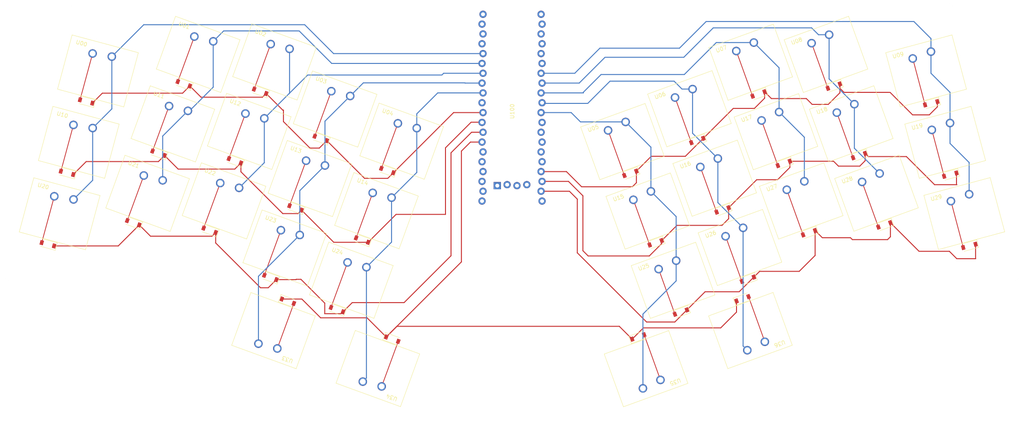
<source format=kicad_pcb>
(kicad_pcb (version 20211014) (generator pcbnew)
  (layers (0 "F.Cu" signal) (31 "B.Cu" signal) (34 "B.Paste" user) (35 "F.Paste" user) (36 "B.SilkS" user "B.Silkscreen") (37 "F.SilkS" user "F.Silkscreen") (38 "B.Mask" user) (39 "F.Mask" user) (44 "Edge.Cuts" user))
  (net 0 "")
  (net 1 "Net-(U00-Pad2)")
  (net 2 "Net-(U01-Pad2)")
  (net 3 "Net-(U02-Pad2)")
  (net 4 "Net-(U03-Pad2)")
  (net 5 "Net-(U04-Pad2)")
  (net 21 "Net-(U05-Pad1)")
  (net 22 "Net-(U00-Pad1)")
  (net 23 "Net-(U10-Pad1)")
  (net 24 "Net-(U06-Pad2)")
  (net 25 "Net-(U07-Pad2)")
  (net 30 "Net-(U05-Pad2)")
  (net 34 "Net-(U08-Pad2)")
  (net 35 "Net-(U09-Pad2)")
  (net 36 "Net-(U100-Pad13)")
  (net 37 "Net-(U100-Pad14)")
  (net 38 "Net-(U100-Pad23)")
  (net 39 "Net-(U100-Pad22)")
  (footprint "alps_smd:alps-1u-smd-sod123" (layer "F.Cu") (at 189.806425 119.473153 20)
    (fp_text reference "U25")
    (fp_text value "alps-smd-sod-123")
  )
  (footprint "alps_smd:alps-1u-smd-sod123" (layer "F.Cu") (at 72.63 98.52 -20)
    (fp_text reference "U22")
    (fp_text value "alps-smd-sod-123")
  )
  (footprint "alps_smd:alps-1u-smd-sod123" (layer "F.Cu") (at 65.956375 60.666902 -20)
    (fp_text reference "U01")
    (fp_text value "alps-smd-sod-123")
  )
  (footprint "alps_smd:alps-1u-smd-sod123" (layer "F.Cu") (at 52.91 96.57 -20)
    (fp_text reference "U21")
    (fp_text value "alps-smd-sod-123")
  )
  (footprint "alps_smd:alps-1u-smd-sod123" (layer "F.Cu") (at 35.293118 83.492024 -15)
    (fp_text reference "U10")
    (fp_text value "alps-smd-sod-123")
  )
  (footprint "alps_smd:alps-1u-smd-sod123" (layer "F.Cu") (at 59.430412 78.618773 -20)
    (fp_text reference "U11")
    (fp_text value "alps-smd-sod-123")
  )
  (footprint "alps_smd:alps-1u-smd-sod123" (layer "F.Cu") (at 101.301872 74.782998 -20)
    (fp_text reference "U03")
    (fp_text value "alps-smd-sod-123")
  )
  (footprint "alps_smd:alps-1u-smd-sod123" (layer "F.Cu") (at 194.039942 75.141716 20)
    (fp_text reference "U06")
    (fp_text value "alps-smd-sod-123")
  )
  (footprint "alps_smd:alps-1u-smd-sod123" (layer "F.Cu") (at 200.564409 93.082162 20)
    (fp_text reference "U16")
    (fp_text value "alps-smd-sod-123")
  )
  (footprint "alps_smd:alps-1u-smd-sod123" (layer "F.Cu") (at 207.081604 110.988001 20)
    (fp_text reference "U26")
    (fp_text value "alps-smd-sod-123")
  )
  (footprint "alps_smd:alps-1u-smd-sod123" (layer "F.Cu") (at 111.976883 101.05 -20)
    (fp_text reference "U14")
    (fp_text value "alps-smd-sod-123")
  )
  (footprint "alps_smd:alps-1u-smd-sod123" (layer "F.Cu") (at 118.481703 83.090435 -20)
    (fp_text reference "U04")
    (fp_text value "alps-smd-sod-123")
  )
  (footprint "alps_smd:alps-1u-smd-sod123" (layer "F.Cu") (at 85.657582 62.610063 -20)
    (fp_text reference "U02")
    (fp_text value "alps-smd-sod-123")
  )
  (footprint "alps_smd:alps-1u-smd-sod123" (layer "F.Cu") (at 176.760068 83.628577 20)
    (fp_text reference "U05")
    (fp_text value "alps-smd-sod-123")
  )
  (footprint "alps_smd:alps-1u-smd-sod123" (layer "F.Cu") (at 183.289232 101.567307 20)
    (fp_text reference "U15")
    (fp_text value "alps-smd-sod-123")
  )
  (footprint "alps_smd:alps-1u-smd-sod123" (layer "F.Cu") (at 105.49 119.018754 -20)
    (fp_text reference "U24")
    (fp_text value "alps-smd-sod-123")
  )
  (footprint "alps_smd:alps-1u-smd-sod123" (layer "F.Cu") (at 216.369586 81.067011 20)
    (fp_text reference "U17")
    (fp_text value "alps-smd-sod-123")
  )
  (footprint "alps_smd:alps-1u-smd-sod123" (layer "F.Cu") (at 79.138667 80.564496 -20)
    (fp_text reference "U12")
    (fp_text value "alps-smd-sod-123")
  )
  (footprint "alps_smd:alps-1u-smd-sod123" (layer "F.Cu") (at 264.8 102.22 15)
    (fp_text reference "U29")
    (fp_text value "alps-smd-sod-123")
  )
  (footprint "alps_smd:alps-1u-smd-sod123" (layer "F.Cu") (at 259.868204 83.814279 15)
    (fp_text reference "U19")
    (fp_text value "alps-smd-sod-123")
  )
  (footprint "alps_smd:alps-1u-smd-sod123" (layer "F.Cu") (at 254.946667 65.369581 15)
    (fp_text reference "U09")
    (fp_text value "alps-smd-sod-123")
  )
  (footprint "alps_smd:alps-1u-smd-sod123" (layer "F.Cu") (at 40.236887 65.041633 -15)
    (fp_text reference "U00")
    (fp_text value "alps-smd-sod-123")
  )
  (footprint "alps_smd:alps-1u-smd-sod123" (layer "F.Cu") (at 222.886781 98.972852 20)
    (fp_text reference "U27")
    (fp_text value "alps-smd-sod-123")
  )
  (footprint "blackpill:BlackPill_STLINK" (layer "F.Cu") (at 148.20903 73.825466)
    (fp_text reference "U100")
    (fp_text value "BlackPill_STLINK")
  )
  (footprint "alps_smd:alps-1u-smd-sod123" (layer "F.Cu") (at 229.279693 61.097997 20)
    (fp_text reference "U08")
    (fp_text value "alps-smd-sod-123")
  )
  (footprint "alps_smd:alps-1u-smd-sod123" (layer "F.Cu") (at 235.794764 79.04186 20)
    (fp_text reference "U18")
    (fp_text value "alps-smd-sod-123")
  )
  (footprint "alps_smd:alps-1u-smd-sod123" (layer "F.Cu") (at 87.89528 128.886565 160)
    (fp_text reference "U33")
    (fp_text value "alps-smd-sod-123")
  )
  (footprint "alps_smd:alps-1u-smd-sod123" (layer "F.Cu") (at 209.675157 128.432703 -160)
    (fp_text reference "U36")
    (fp_text value "alps-smd-sod-123")
  )
  (footprint "alps_smd:alps-1u-smd-sod123" (layer "F.Cu") (at 30.35 101.94 -15)
    (fp_text reference "U20")
    (fp_text value "alps-smd-sod-123")
  )
  (footprint "alps_smd:alps-1u-smd-sod123" (layer "F.Cu") (at 242.311954 96.947704 20)
    (fp_text reference "U28")
    (fp_text value "alps-smd-sod-123")
  )
  (footprint "alps_smd:alps-1u-smd-sod123" (layer "F.Cu") (at 94.79 92.74 -20)
    (fp_text reference "U13")
    (fp_text value "alps-smd-sod-123")
  )
  (footprint "alps_smd:alps-1u-smd-sod123" (layer "F.Cu") (at 88.293079 110.699777 -20)
    (fp_text reference "U23")
    (fp_text value "alps-smd-sod-123")
  )
  (footprint "alps_smd:alps-1u-smd-sod123" (layer "F.Cu") (at 209.849818 63.124856 20)
    (fp_text reference "U07")
    (fp_text value "alps-smd-sod-123")
  )
  (footprint "alps_smd:alps-1u-smd-sod123" (layer "F.Cu") (at 182.737844 138.288983 -160)
    (fp_text reference "U35")
    (fp_text value "alps-smd-sod-123")
  )
  (footprint "alps_smd:alps-1u-smd-sod123" (layer "F.Cu") (at 114.83 138.69 160)
    (fp_text reference "U34")
    (fp_text value "alps-smd-sod-123")
  )
  (gr_arc (start 124.317655 156.095321) (mid 123.449414 156.01936) (end 122.607554 155.793785) (layer "Edge.Cuts") (width 0.001))
  (gr_line (start 33.224864 48.817253) (end 16.235999 112.220562) (layer "Edge.Cuts") (width 0.001))
  (gr_line (start 19.355527 118.21312) (end 122.607554 155.793785) (layer "Edge.Cuts") (width 0.001))
  (gr_arc (start 33.224864 48.817253) (mid 35.010686 46.144582) (end 38.054493 45.111348) (layer "Edge.Cuts") (width 0.001))
  (gr_line (start 173.789541 155.793785) (end 277.041568 118.21312) (layer "Edge.Cuts") (width 0.001))
  (gr_arc (start 258.342602 45.111348) (mid 261.386409 46.144582) (end 263.172231 48.817253) (layer "Edge.Cuts") (width 0.001))
  (gr_line (start 280.161097 112.220562) (end 263.172231 48.817253) (layer "Edge.Cuts") (width 0.001))
  (gr_arc (start 280.161097 112.220562) (mid 279.766522 115.8234) (end 277.041568 118.21312) (layer "Edge.Cuts") (width 0.001))
  (gr_arc (start 173.789541 155.793785) (mid 172.947681 156.01936) (end 172.07944 156.095321) (layer "Edge.Cuts") (width 0.001))
  (gr_arc (start 19.355527 118.21312) (mid 16.630574 115.8234) (end 16.235999 112.220562) (layer "Edge.Cuts") (width 0.001))
  (gr_line (start 258.342602 45.111348) (end 38.054493 45.111348) (layer "Edge.Cuts") (width 0.001))
  (gr_line (start 124.317655 156.095321) (end 172.07944 156.095321) (layer "Edge.Cuts") (width 0.001))
  (segment (start 44.9228 59.666276) (end 44.9228 73.172898) (width 0.25) (layer "B.Cu") (net 1))
  (segment (start 102.155466 58.885466) (end 94.69 51.42) (width 0.25) (layer "B.Cu") (net 1))
  (segment (start 39.979031 91.621525) (end 35.035913 96.564643) (width 0.25) (layer "B.Cu") (net 1))
  (segment (start 140.71603 58.885466) (end 102.155466 58.885466) (width 0.25) (layer "B.Cu") (net 1))
  (segment (start 53.169076 51.42) (end 44.9228 59.666276) (width 0.25) (layer "B.Cu") (net 1))
  (segment (start 39.979031 78.116667) (end 39.979031 91.621525) (width 0.25) (layer "B.Cu") (net 1))
  (segment (start 44.9228 73.172898) (end 39.979031 78.116667) (width 0.25) (layer "B.Cu") (net 1))
  (segment (start 94.69 51.42) (end 53.169076 51.42) (width 0.25) (layer "B.Cu") (net 1))
  (segment (start 71.09295 67.54705) (end 71.09295 55.720404) (width 0.25) (layer "B.Cu") (net 2))
  (segment (start 64.967725 73.672275) (end 71.09295 67.54705) (width 0.25) (layer "B.Cu") (net 2))
  (segment (start 93.26 53.02) (end 73.793354 53.02) (width 0.25) (layer "B.Cu") (net 2))
  (segment (start 140.46203 61.425466) (end 101.665466 61.425466) (width 0.25) (layer "B.Cu") (net 2))
  (segment (start 58.046575 80.192687) (end 64.566987 73.672275) (width 0.25) (layer "B.Cu") (net 2))
  (segment (start 64.566987 73.672275) (end 64.967725 73.672275) (width 0.25) (layer "B.Cu") (net 2))
  (segment (start 101.665466 61.425466) (end 93.26 53.02) (width 0.25) (layer "B.Cu") (net 2))
  (segment (start 58.046575 91.623502) (end 58.046575 80.192687) (width 0.25) (layer "B.Cu") (net 2))
  (segment (start 73.793354 53.02) (end 71.09295 55.720404) (width 0.25) (layer "B.Cu") (net 2))
  (segment (start 130.554534 63.965466) (end 130.1 64.42) (width 0.25) (layer "B.Cu") (net 3))
  (segment (start 90.65662 69.23662) (end 84.275242 75.617998) (width 0.25) (layer "B.Cu") (net 3))
  (segment (start 130.1 64.42) (end 95.47324 64.42) (width 0.25) (layer "B.Cu") (net 3))
  (segment (start 95.47324 64.42) (end 90.65662 69.23662) (width 0.25) (layer "B.Cu") (net 3))
  (segment (start 84.275242 87.064835) (end 77.766575 93.573502) (width 0.25) (layer "B.Cu") (net 3))
  (segment (start 90.794157 69.099083) (end 90.65662 69.23662) (width 0.25) (layer "B.Cu") (net 3))
  (segment (start 140.71603 63.965466) (end 130.554534 63.965466) (width 0.25) (layer "B.Cu") (net 3))
  (segment (start 84.275242 75.617998) (end 84.275242 87.064835) (width 0.25) (layer "B.Cu") (net 3))
  (segment (start 90.794157 57.663565) (end 90.794157 69.099083) (width 0.25) (layer "B.Cu") (net 3))
  (segment (start 99.926575 87.793502) (end 99.926575 76.348372) (width 0.25) (layer "B.Cu") (net 4))
  (segment (start 109.834947 66.44) (end 106.438447 69.8365) (width 0.25) (layer "B.Cu") (net 4))
  (segment (start 99.926575 76.348372) (end 106.438447 69.8365) (width 0.25) (layer "B.Cu") (net 4))
  (segment (start 136.02 66.44) (end 109.834947 66.44) (width 0.25) (layer "B.Cu") (net 4))
  (segment (start 82.758705 133.833063) (end 82.758705 116.424228) (width 0.25) (layer "B.Cu") (net 4))
  (segment (start 140.46203 66.505466) (end 136.085466 66.505466) (width 0.25) (layer "B.Cu") (net 4))
  (segment (start 136.085466 66.505466) (end 136.02 66.44) (width 0.25) (layer "B.Cu") (net 4))
  (segment (start 93.429654 94.290423) (end 99.926575 87.793502) (width 0.25) (layer "B.Cu") (net 4))
  (segment (start 93.429654 105.753279) (end 93.429654 94.290423) (width 0.25) (layer "B.Cu") (net 4))
  (segment (start 82.758705 116.424228) (end 93.429654 105.753279) (width 0.25) (layer "B.Cu") (net 4))
  (segment (start 123.618278 78.143937) (end 123.618278 89.598682) (width 0.25) (layer "B.Cu") (net 5))
  (segment (start 110.626575 114.072256) (end 110.626575 142.703348) (width 0.25) (layer "B.Cu") (net 5))
  (segment (start 117.113458 96.103502) (end 117.113458 107.585373) (width 0.25) (layer "B.Cu") (net 5))
  (segment (start 123.618278 89.598682) (end 117.113458 96.103502) (width 0.25) (layer "B.Cu") (net 5))
  (segment (start 129.024534 69.045466) (end 140.71603 69.045466) (width 0.25) (layer "B.Cu") (net 5))
  (segment (start 110.626575 142.703348) (end 109.693425 143.636498) (width 0.25) (layer "B.Cu") (net 5))
  (segment (start 123.618278 74.451722) (end 129.024534 69.045466) (width 0.25) (layer "B.Cu") (net 5))
  (segment (start 123.618278 78.143937) (end 123.618278 74.451722) (width 0.25) (layer "B.Cu") (net 5))
  (segment (start 117.113458 107.585373) (end 110.626575 114.072256) (width 0.25) (layer "B.Cu") (net 5))
  (segment (start 225.66 72.01) (end 229.81 72.01) (width 0.25) (layer "F.Cu") (net 21))
  (segment (start 179.25 93.3) (end 166.17 93.3) (width 0.25) (layer "F.Cu") (net 21))
  (segment (start 232.818394 69.001606) (end 232.818394 66.727171) (width 0.25) (layer "F.Cu") (net 21))
  (segment (start 180.298769 89.257751) (end 180.298769 92.251231) (width 0.25) (layer "F.Cu") (net 21))
  (segment (start 210.75 73.05) (end 213.388519 70.411481) (width 0.25) (layer "F.Cu") (net 21))
  (segment (start 232.818394 67.838394) (end 233.88 68.9) (width 0.25) (layer "F.Cu") (net 21))
  (segment (start 229.81 72.01) (end 232.818394 69.001606) (width 0.25) (layer "F.Cu") (net 21))
  (segment (start 213.388519 68.75403) (end 215.134489 70.5) (width 0.25) (layer "F.Cu") (net 21))
  (segment (start 197.578643 80.77089) (end 205.299533 73.05) (width 0.25) (layer "F.Cu") (net 21))
  (segment (start 205.299533 73.05) (end 210.75 73.05) (width 0.25) (layer "F.Cu") (net 21))
  (segment (start 245.76 68.9) (end 251.58 74.72) (width 0.25) (layer "F.Cu") (net 21))
  (segment (start 184.14652 85.41) (end 192.939533 85.41) (width 0.25) (layer "F.Cu") (net 21))
  (segment (start 233.88 68.9) (end 245.76 68.9) (width 0.25) (layer "F.Cu") (net 21))
  (segment (start 192.939533 85.41) (end 197.578643 80.77089) (width 0.25) (layer "F.Cu") (net 21))
  (segment (start 215.134489 70.5) (end 224.15 70.5) (width 0.25) (layer "F.Cu") (net 21))
  (segment (start 180.298769 89.257751) (end 184.14652 85.41) (width 0.25) (layer "F.Cu") (net 21))
  (segment (start 224.15 70.5) (end 225.66 72.01) (width 0.25) (layer "F.Cu") (net 21))
  (segment (start 213.388519 70.411481) (end 213.388519 68.75403) (width 0.25) (layer "F.Cu") (net 21))
  (segment (start 232.818394 66.727171) (end 232.818394 67.838394) (width 0.25) (layer "F.Cu") (net 21))
  (segment (start 257.981287 72.618713) (end 257.981287 71.285752) (width 0.25) (layer "F.Cu") (net 21))
  (segment (start 166.17 93.3) (end 162.235466 89.365466) (width 0.25) (layer "F.Cu") (net 21))
  (segment (start 180.298769 92.251231) (end 179.25 93.3) (width 0.25) (layer "F.Cu") (net 21))
  (segment (start 162.235466 89.365466) (end 155.70203 89.365466) (width 0.25) (layer "F.Cu") (net 21))
  (segment (start 255.88 74.72) (end 257.981287 72.618713) (width 0.25) (layer "F.Cu") (net 21))
  (segment (start 251.58 74.72) (end 255.88 74.72) (width 0.25) (layer "F.Cu") (net 21))
  (segment (start 84.750021 69.196893) (end 83.796914 70.15) (width 0.25) (layer "F.Cu") (net 22))
  (segment (start 83.796914 70.15) (end 67.945082 70.15) (width 0.25) (layer "F.Cu") (net 22))
  (segment (start 133.125941 74.125466) (end 140.71603 74.125466) (width 0.25) (layer "F.Cu") (net 22))
  (segment (start 100.394311 81.369828) (end 98.464139 83.3) (width 0.25) (layer "F.Cu") (net 22))
  (segment (start 89.21 76.45) (end 89.21 73.5) (width 0.25) (layer "F.Cu") (net 22))
  (segment (start 96.06 83.3) (end 89.21 76.45) (width 0.25) (layer "F.Cu") (net 22))
  (segment (start 89.053128 73.5) (end 84.750021 69.196893) (width 0.25) (layer "F.Cu") (net 22))
  (segment (start 42.479357 69.11) (end 39.906859 71.682498) (width 0.25) (layer "F.Cu") (net 22))
  (segment (start 98.464139 83.3) (end 96.06 83.3) (width 0.25) (layer "F.Cu") (net 22))
  (segment (start 67.945082 70.15) (end 65.048814 67.253732) (width 0.25) (layer "F.Cu") (net 22))
  (segment (start 116.131407 91.12) (end 117.574142 89.677265) (width 0.25) (layer "F.Cu") (net 22))
  (segment (start 110.144483 91.12) (end 116.131407 91.12) (width 0.25) (layer "F.Cu") (net 22))
  (segment (start 117.574142 89.677265) (end 133.125941 74.125466) (width 0.25) (layer "F.Cu") (net 22))
  (segment (start 89.21 73.5) (end 89.053128 73.5) (width 0.25) (layer "F.Cu") (net 22))
  (segment (start 65.048814 67.253732) (end 63.192546 69.11) (width 0.25) (layer "F.Cu") (net 22))
  (segment (start 100.394311 81.369828) (end 110.144483 91.12) (width 0.25) (layer "F.Cu") (net 22))
  (segment (start 63.192546 69.11) (end 42.479357 69.11) (width 0.25) (layer "F.Cu") (net 22))
  (segment (start 118.276152 100.43) (end 111.069322 107.63683) (width 0.25) (layer "F.Cu") (net 23))
  (segment (start 92.989269 100.22) (end 89.04 100.22) (width 0.25) (layer "F.Cu") (net 23))
  (segment (start 89.04 100.22) (end 78.231106 89.411106) (width 0.25) (layer "F.Cu") (net 23))
  (segment (start 111.069322 107.63683) (end 102.192439 107.63683) (width 0.25) (layer "F.Cu") (net 23))
  (segment (start 38.315979 86.78) (end 34.96309 90.132889) (width 0.25) (layer "F.Cu") (net 23))
  (segment (start 78.231106 89.411106) (end 78.231106 87.151326) (width 0.25) (layer "F.Cu") (net 23))
  (segment (start 140.17 76.61) (end 137.65 76.61) (width 0.25) (layer "F.Cu") (net 23))
  (segment (start 140.46203 76.665466) (end 140.225466 76.665466) (width 0.25) (layer "F.Cu") (net 23))
  (segment (start 93.882439 99.32683) (end 92.989269 100.22) (width 0.25) (layer "F.Cu") (net 23))
  (segment (start 56.948454 86.78) (end 38.315979 86.78) (width 0.25) (layer "F.Cu") (net 23))
  (segment (start 102.192439 107.63683) (end 93.882439 99.32683) (width 0.25) (layer "F.Cu") (net 23))
  (segment (start 58.522851 85.205603) (end 56.948454 86.78) (width 0.25) (layer "F.Cu") (net 23))
  (segment (start 76.662432 88.72) (end 62.037248 88.72) (width 0.25) (layer "F.Cu") (net 23))
  (segment (start 131.03 83.23) (end 131.03 100.43) (width 0.25) (layer "F.Cu") (net 23))
  (segment (start 140.225466 76.665466) (end 140.17 76.61) (width 0.25) (layer "F.Cu") (net 23))
  (segment (start 131.03 100.43) (end 118.276152 100.43) (width 0.25) (layer "F.Cu") (net 23))
  (segment (start 78.231106 87.151326) (end 76.662432 88.72) (width 0.25) (layer "F.Cu") (net 23))
  (segment (start 62.037248 88.72) (end 58.522851 85.205603) (width 0.25) (layer "F.Cu") (net 23))
  (segment (start 137.65 76.61) (end 131.03 83.23) (width 0.25) (layer "F.Cu") (net 23))
  (segment (start 190.03 66.01) (end 192.070752 68.050752) (width 0.25) (layer "B.Cu") (net 24))
  (segment (start 207.836901 103.897037) (end 207.836901 134.440708) (width 0.25) (layer "B.Cu") (net 24))
  (segment (start 156.105466 71.585466) (end 156.27 71.75) (width 0.25) (layer "B.Cu") (net 24))
  (segment (start 201.319706 97.379842) (end 207.836901 103.897037) (width 0.25) (layer "B.Cu") (net 24))
  (segment (start 167.75 71.75) (end 173.49 66.01) (width 0.25) (layer "B.Cu") (net 24))
  (segment (start 173.49 66.01) (end 190.03 66.01) (width 0.25) (layer "B.Cu") (net 24))
  (segment (start 192.070752 68.050752) (end 194.795239 68.050752) (width 0.25) (layer "B.Cu") (net 24))
  (segment (start 194.795239 68.050752) (end 194.795239 79.466731) (width 0.25) (layer "B.Cu") (net 24))
  (segment (start 201.319706 85.991198) (end 201.319706 97.379842) (width 0.25) (layer "B.Cu") (net 24))
  (segment (start 207.836901 134.440708) (end 208.91986 135.523667) (width 0.25) (layer "B.Cu") (net 24))
  (segment (start 155.95603 71.585466) (end 156.105466 71.585466) (width 0.25) (layer "B.Cu") (net 24))
  (segment (start 194.795239 79.466731) (end 201.319706 85.991198) (width 0.25) (layer "B.Cu") (net 24))
  (segment (start 156.27 71.75) (end 167.75 71.75) (width 0.25) (layer "B.Cu") (net 24))
  (segment (start 200.916108 56.033892) (end 210.605115 56.033892) (width 0.25) (layer "B.Cu") (net 25))
  (segment (start 223.642078 91.881888) (end 223.642078 80.493242) (width 0.25) (layer "B.Cu") (net 25))
  (segment (start 166.434534 69.045466) (end 155.70203 69.045466) (width 0.25) (layer "B.Cu") (net 25))
  (segment (start 192.66 64.29) (end 200.916108 56.033892) (width 0.25) (layer "B.Cu") (net 25))
  (segment (start 217.124883 62.55366) (end 210.605115 56.033892) (width 0.25) (layer "B.Cu") (net 25))
  (segment (start 223.642078 80.493242) (end 217.124883 73.976047) (width 0.25) (layer "B.Cu") (net 25))
  (segment (start 166.655466 69.045466) (end 166.434534 69.045466) (width 0.25) (layer "B.Cu") (net 25))
  (segment (start 166.434534 69.045466) (end 171.19 64.29) (width 0.25) (layer "B.Cu") (net 25))
  (segment (start 171.19 64.29) (end 192.66 64.29) (width 0.25) (layer "B.Cu") (net 25))
  (segment (start 217.124883 73.976047) (end 217.124883 62.55366) (width 0.25) (layer "B.Cu") (net 25))
  (segment (start 181.982547 145.379947) (end 181.982547 126.187453) (width 0.25) (layer "B.Cu") (net 30))
  (segment (start 184.044529 94.476343) (end 184.044529 83.066777) (width 0.25) (layer "B.Cu") (net 30))
  (segment (start 190.561722 117.608278) (end 190.561722 112.382189) (width 0.25) (layer "B.Cu") (net 30))
  (segment (start 184.044529 83.066777) (end 177.515365 76.537613) (width 0.25) (layer "B.Cu") (net 30))
  (segment (start 165.877613 76.537613) (end 163.465466 74.125466) (width 0.25) (layer "B.Cu") (net 30))
  (segment (start 190.561722 100.993536) (end 184.044529 94.476343) (width 0.25) (layer "B.Cu") (net 30))
  (segment (start 190.561722 112.382189) (end 190.561722 100.993536) (width 0.25) (layer "B.Cu") (net 30))
  (segment (start 163.465466 74.125466) (end 155.70203 74.125466) (width 0.25) (layer "B.Cu") (net 30))
  (segment (start 177.515365 76.537613) (end 165.877613 76.537613) (width 0.25) (layer "B.Cu") (net 30))
  (segment (start 181.982547 126.187453) (end 190.561722 117.608278) (width 0.25) (layer "B.Cu") (net 30))
  (segment (start 236.550061 71.950896) (end 236.550061 83.33955) (width 0.25) (layer "B.Cu") (net 34))
  (segment (start 225.51 52.23) (end 200.14 52.23) (width 0.25) (layer "B.Cu") (net 34))
  (segment (start 230.03499 54.007033) (end 227.287033 54.007033) (width 0.25) (layer "B.Cu") (net 34))
  (segment (start 230.03499 54.007033) (end 230.03499 65.435825) (width 0.25) (layer "B.Cu") (net 34))
  (segment (start 165.534534 66.505466) (end 155.95603 66.505466) (width 0.25) (layer "B.Cu") (net 34))
  (segment (start 200.14 52.23) (end 192.53 59.84) (width 0.25) (layer "B.Cu") (net 34))
  (segment (start 230.03499 65.435825) (end 236.550061 71.950896) (width 0.25) (layer "B.Cu") (net 34))
  (segment (start 227.287033 54.007033) (end 225.51 52.23) (width 0.25) (layer "B.Cu") (net 34))
  (segment (start 172.2 59.84) (end 165.534534 66.505466) (width 0.25) (layer "B.Cu") (net 34))
  (segment (start 192.53 59.84) (end 172.2 59.84) (width 0.25) (layer "B.Cu") (net 34))
  (segment (start 236.550061 83.33955) (end 243.067251 89.85674) (width 0.25) (layer "B.Cu") (net 34))
  (segment (start 266.170441 87.030441) (end 261.238645 82.098645) (width 0.25) (layer "B.Cu") (net 35))
  (segment (start 198.3 50.6) (end 191.41 57.49) (width 0.25) (layer "B.Cu") (net 35))
  (segment (start 256.317108 58.371428) (end 256.317108 55.007108) (width 0.25) (layer "B.Cu") (net 35))
  (segment (start 266.170441 95.221847) (end 266.170441 87.030441) (width 0.25) (layer "B.Cu") (net 35))
  (segment (start 191.41 57.49) (end 170.87 57.49) (width 0.25) (layer "B.Cu") (net 35))
  (segment (start 256.317108 55.007108) (end 251.91 50.6) (width 0.25) (layer "B.Cu") (net 35))
  (segment (start 251.91 50.6) (end 198.3 50.6) (width 0.25) (layer "B.Cu") (net 35))
  (segment (start 256.317108 63.967108) (end 256.317108 58.371428) (width 0.25) (layer "B.Cu") (net 35))
  (segment (start 261.238645 76.816126) (end 261.238645 68.888645) (width 0.25) (layer "B.Cu") (net 35))
  (segment (start 170.87 57.49) (end 164.394534 63.965466) (width 0.25) (layer "B.Cu") (net 35))
  (segment (start 164.394534 63.965466) (end 155.70203 63.965466) (width 0.25) (layer "B.Cu") (net 35))
  (segment (start 261.238645 68.888645) (end 256.317108 63.967108) (width 0.25) (layer "B.Cu") (net 35))
  (segment (start 261.238645 82.098645) (end 261.238645 76.816126) (width 0.25) (layer "B.Cu") (net 35))
  (segment (start 52.002439 103.15683) (end 54.905609 106.06) (width 0.25) (layer "F.Cu") (net 36))
  (segment (start 92.52 117.21) (end 93.73 117.21) (width 0.25) (layer "F.Cu") (net 36))
  (segment (start 137.764534 79.205466) (end 132.46 84.51) (width 0.25) (layer "F.Cu") (net 36))
  (segment (start 52.002439 103.15683) (end 46.578404 108.580865) (width 0.25) (layer "F.Cu") (net 36))
  (segment (start 93.73 117.21) (end 99.87 123.35) (width 0.25) (layer "F.Cu") (net 36))
  (segment (start 54.905609 106.06) (end 70.769269 106.06) (width 0.25) (layer "F.Cu") (net 36))
  (segment (start 87.385518 117.286607) (end 92.443393 117.286607) (width 0.25) (layer "F.Cu") (net 36))
  (segment (start 132.46 84.51) (end 132.46 111.11) (width 0.25) (layer "F.Cu") (net 36))
  (segment (start 46.578404 108.580865) (end 30.019972 108.580865) (width 0.25) (layer "F.Cu") (net 36))
  (segment (start 71.722439 107.812439) (end 71.722439 105.10683) (width 0.25) (layer "F.Cu") (net 36))
  (segment (start 87.385518 117.286607) (end 85.282125 119.39) (width 0.25) (layer "F.Cu") (net 36))
  (segment (start 70.769269 106.06) (end 71.722439 105.10683) (width 0.25) (layer "F.Cu") (net 36))
  (segment (start 85.282125 119.39) (end 83.3 119.39) (width 0.25) (layer "F.Cu") (net 36))
  (segment (start 99.87 126.09) (end 104.098023 126.09) (width 0.25) (layer "F.Cu") (net 36))
  (segment (start 92.443393 117.286607) (end 92.52 117.21) (width 0.25) (layer "F.Cu") (net 36))
  (segment (start 83.3 119.39) (end 71.722439 107.812439) (width 0.25) (layer "F.Cu") (net 36))
  (segment (start 132.46 111.11) (end 120.35 123.22) (width 0.25) (layer "F.Cu") (net 36))
  (segment (start 99.87 123.35) (end 99.87 126.09) (width 0.25) (layer "F.Cu") (net 36))
  (segment (start 120.35 123.22) (end 106.968023 123.22) (width 0.25) (layer "F.Cu") (net 36))
  (segment (start 104.098023 126.09) (end 104.582439 125.605584) (width 0.25) (layer "F.Cu") (net 36))
  (segment (start 106.968023 123.22) (end 104.582439 125.605584) (width 0.25) (layer "F.Cu") (net 36))
  (segment (start 140.71603 79.205466) (end 137.764534 79.205466) (width 0.25) (layer "F.Cu") (net 36))
  (segment (start 118.490731 129.35) (end 175.889334 129.35) (width 0.25) (layer "F.Cu") (net 37))
  (segment (start 202.06 129.75) (end 182.108952 129.75) (width 0.25) (layer "F.Cu") (net 37))
  (segment (start 135.14 112.700731) (end 135.14 84.08) (width 0.25) (layer "F.Cu") (net 37))
  (segment (start 135.14 84.08) (end 137.474534 81.745466) (width 0.25) (layer "F.Cu") (net 37))
  (segment (start 137.474534 81.745466) (end 140.46203 81.745466) (width 0.25) (layer "F.Cu") (net 37))
  (segment (start 175.889334 129.35) (end 179.199143 132.659809) (width 0.25) (layer "F.Cu") (net 37))
  (segment (start 115.737561 132.10317) (end 118.490731 129.35) (width 0.25) (layer "F.Cu") (net 37))
  (segment (start 206.136456 125.673544) (end 202.06 129.75) (width 0.25) (layer "F.Cu") (net 37))
  (segment (start 115.737561 132.10317) (end 135.14 112.700731) (width 0.25) (layer "F.Cu") (net 37))
  (segment (start 93.959735 122.299735) (end 98.81 127.15) (width 0.25) (layer "F.Cu") (net 37))
  (segment (start 88.802841 122.299735) (end 93.959735 122.299735) (width 0.25) (layer "F.Cu") (net 37))
  (segment (start 206.136456 122.803529) (end 206.136456 125.673544) (width 0.25) (layer "F.Cu") (net 37))
  (segment (start 182.108952 129.75) (end 179.199143 132.659809) (width 0.25) (layer "F.Cu") (net 37))
  (segment (start 110.784391 127.15) (end 115.737561 132.10317) (width 0.25) (layer "F.Cu") (net 37))
  (segment (start 98.81 127.15) (end 110.784391 127.15) (width 0.25) (layer "F.Cu") (net 37))
  (segment (start 216.73 91.47) (end 211.344446 91.47) (width 0.25) (layer "F.Cu") (net 38))
  (segment (start 166.49 95.62) (end 166.49 109.81) (width 0.25) (layer "F.Cu") (net 38))
  (segment (start 257.24 92.75) (end 249.98 85.49) (width 0.25) (layer "F.Cu") (net 38))
  (segment (start 155.95603 91.905466) (end 162.775466 91.905466) (width 0.25) (layer "F.Cu") (net 38))
  (segment (start 262.98 92.75) (end 257.24 92.75) (width 0.25) (layer "F.Cu") (net 38))
  (segment (start 249.98 85.49) (end 240.152431 85.49) (width 0.25) (layer "F.Cu") (net 38))
  (segment (start 190.754414 103.27) (end 186.827933 107.196481) (width 0.25) (layer "F.Cu") (net 38))
  (segment (start 239.333465 86.566535) (end 237.94 87.96) (width 0.25) (layer "F.Cu") (net 38))
  (segment (start 211.344446 91.47) (end 204.10311 98.711336) (width 0.25) (layer "F.Cu") (net 38))
  (segment (start 219.908287 88.291713) (end 216.73 91.47) (width 0.25) (layer "F.Cu") (net 38))
  (segment (start 262.902824 92.672824) (end 262.98 92.75) (width 0.25) (layer "F.Cu") (net 38))
  (segment (start 162.775466 91.905466) (end 166.49 95.62) (width 0.25) (layer "F.Cu") (net 38))
  (segment (start 204.10311 101.54689) (end 202.38 103.27) (width 0.25) (layer "F.Cu") (net 38))
  (segment (start 239.333465 84.671034) (end 239.333465 86.566535) (width 0.25) (layer "F.Cu") (net 38))
  (segment (start 204.10311 98.711336) (end 204.10311 101.54689) (width 0.25) (layer "F.Cu") (net 38))
  (segment (start 237.94 87.96) (end 232.44 87.96) (width 0.25) (layer "F.Cu") (net 38))
  (segment (start 167.85 111.17) (end 183.63 111.17) (width 0.25) (layer "F.Cu") (net 38))
  (segment (start 183.63 111.17) (end 186.827933 107.972067) (width 0.25) (layer "F.Cu") (net 38))
  (segment (start 219.908287 86.696185) (end 219.908287 88.291713) (width 0.25) (layer "F.Cu") (net 38))
  (segment (start 231.176185 86.696185) (end 219.908287 86.696185) (width 0.25) (layer "F.Cu") (net 38))
  (segment (start 240.152431 85.49) (end 239.333465 84.671034) (width 0.25) (layer "F.Cu") (net 38))
  (segment (start 202.38 103.27) (end 190.754414 103.27) (width 0.25) (layer "F.Cu") (net 38))
  (segment (start 166.49 109.81) (end 167.85 111.17) (width 0.25) (layer "F.Cu") (net 38))
  (segment (start 232.44 87.96) (end 231.176185 86.696185) (width 0.25) (layer "F.Cu") (net 38))
  (segment (start 262.902824 89.73045) (end 262.902824 92.672824) (width 0.25) (layer "F.Cu") (net 38))
  (segment (start 186.827933 107.972067) (end 186.827933 107.196481) (width 0.25) (layer "F.Cu") (net 38))
  (segment (start 267.85 111.88) (end 262.98 111.88) (width 0.25) (layer "F.Cu") (net 39))
  (segment (start 190.217453 128.23) (end 182.92 128.23) (width 0.25) (layer "F.Cu") (net 39))
  (segment (start 261.07 109.97) (end 253.243777 109.97) (width 0.25) (layer "F.Cu") (net 39))
  (segment (start 206.81748 120.42) (end 210.620305 116.617175) (width 0.25) (layer "F.Cu") (net 39))
  (segment (start 226.425482 111.034518) (end 222.31 115.15) (width 0.25) (layer "F.Cu") (net 39))
  (segment (start 236.03 106.94) (end 235.55 106.46) (width 0.25) (layer "F.Cu") (net 39))
  (segment (start 165.05 96.49) (end 163.005466 94.445466) (width 0.25) (layer "F.Cu") (net 39))
  (segment (start 226.425482 104.602026) (end 226.425482 111.034518) (width 0.25) (layer "F.Cu") (net 39))
  (segment (start 262.98 111.88) (end 261.07 109.97) (width 0.25) (layer "F.Cu") (net 39))
  (segment (start 267.83462 111.86462) (end 267.85 111.88) (width 0.25) (layer "F.Cu") (net 39))
  (segment (start 253.243777 109.97) (end 245.850655 102.576878) (width 0.25) (layer "F.Cu") (net 39))
  (segment (start 245.850655 102.576878) (end 245.850655 106.209345) (width 0.25) (layer "F.Cu") (net 39))
  (segment (start 163.005466 94.445466) (end 155.70203 94.445466) (width 0.25) (layer "F.Cu") (net 39))
  (segment (start 245.850655 106.209345) (end 245.12 106.94) (width 0.25) (layer "F.Cu") (net 39))
  (segment (start 182.92 128.23) (end 165.05 110.36) (width 0.25) (layer "F.Cu") (net 39))
  (segment (start 222.31 115.15) (end 212.08748 115.15) (width 0.25) (layer "F.Cu") (net 39))
  (segment (start 193.345126 125.102327) (end 190.217453 128.23) (width 0.25) (layer "F.Cu") (net 39))
  (segment (start 198.027453 120.42) (end 206.81748 120.42) (width 0.25) (layer "F.Cu") (net 39))
  (segment (start 245.12 106.94) (end 236.03 106.94) (width 0.25) (layer "F.Cu") (net 39))
  (segment (start 228.283456 106.46) (end 226.425482 104.602026) (width 0.25) (layer "F.Cu") (net 39))
  (segment (start 267.83462 108.136171) (end 267.83462 111.86462) (width 0.25) (layer "F.Cu") (net 39))
  (segment (start 235.55 106.46) (end 228.283456 106.46) (width 0.25) (layer "F.Cu") (net 39))
  (segment (start 212.08748 115.15) (end 210.620305 116.617175) (width 0.25) (layer "F.Cu") (net 39))
  (segment (start 193.345126 125.102327) (end 198.027453 120.42) (width 0.25) (layer "F.Cu") (net 39))
  (segment (start 165.05 110.36) (end 165.05 96.49) (width 0.25) (layer "F.Cu") (net 39))
)
</source>
